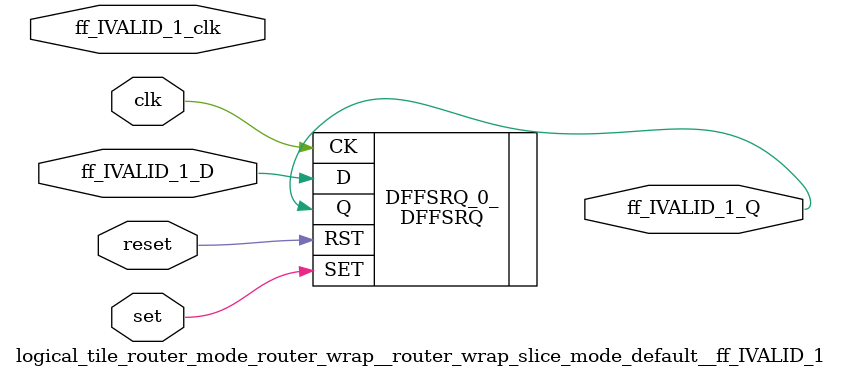
<source format=v>
`default_nettype none

module logical_tile_router_mode_router_wrap__router_wrap_slice_mode_default__ff_IVALID_1(set,
                                                                                         reset,
                                                                                         clk,
                                                                                         ff_IVALID_1_D,
                                                                                         ff_IVALID_1_Q,
                                                                                         ff_IVALID_1_clk);
//----- GLOBAL PORTS -----
input [0:0] set;
//----- GLOBAL PORTS -----
input [0:0] reset;
//----- GLOBAL PORTS -----
input [0:0] clk;
//----- INPUT PORTS -----
input [0:0] ff_IVALID_1_D;
//----- OUTPUT PORTS -----
output [0:0] ff_IVALID_1_Q;
//----- CLOCK PORTS -----
input [0:0] ff_IVALID_1_clk;

//----- BEGIN wire-connection ports -----
wire [0:0] ff_IVALID_1_D;
wire [0:0] ff_IVALID_1_Q;
wire [0:0] ff_IVALID_1_clk;
//----- END wire-connection ports -----


//----- BEGIN Registered ports -----
//----- END Registered ports -----



// ----- BEGIN Local short connections -----
// ----- END Local short connections -----
// ----- BEGIN Local output short connections -----
// ----- END Local output short connections -----

	DFFSRQ DFFSRQ_0_ (
		.SET(set),
		.RST(reset),
		.CK(clk),
		.D(ff_IVALID_1_D),
		.Q(ff_IVALID_1_Q));

endmodule
// ----- END Verilog module for logical_tile_router_mode_router_wrap__router_wrap_slice_mode_default__ff_IVALID_1 -----

//----- Default net type -----
`default_nettype wire




</source>
